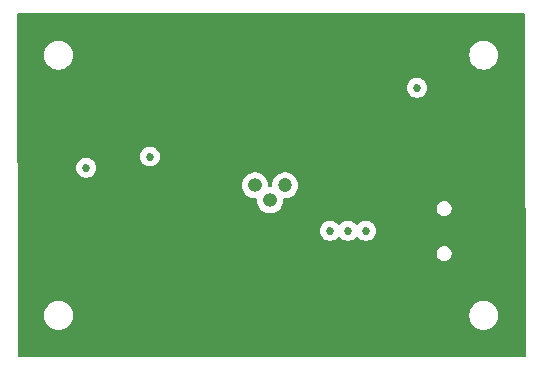
<source format=gbr>
%TF.GenerationSoftware,KiCad,Pcbnew,8.0.2*%
%TF.CreationDate,2025-01-07T16:45:10-05:00*%
%TF.ProjectId,Transimpedence,5472616e-7369-46d7-9065-64656e63652e,rev?*%
%TF.SameCoordinates,Original*%
%TF.FileFunction,Copper,L3,Inr*%
%TF.FilePolarity,Positive*%
%FSLAX46Y46*%
G04 Gerber Fmt 4.6, Leading zero omitted, Abs format (unit mm)*
G04 Created by KiCad (PCBNEW 8.0.2) date 2025-01-07 16:45:10*
%MOMM*%
%LPD*%
G01*
G04 APERTURE LIST*
%TA.AperFunction,ComponentPad*%
%ADD10O,1.200000X1.200000*%
%TD*%
%TA.AperFunction,ComponentPad*%
%ADD11C,1.200000*%
%TD*%
%TA.AperFunction,ViaPad*%
%ADD12C,0.685800*%
%TD*%
G04 APERTURE END LIST*
D10*
%TO.N,GND*%
%TO.C,LD1*%
X40640000Y-35001200D03*
D11*
%TO.N,Net-(U1B--)*%
X43180000Y-35001200D03*
D10*
%TO.N,1.65V*%
X41910000Y-36271200D03*
%TD*%
D12*
%TO.N,GND*%
X54356000Y-26756488D03*
X46990000Y-38862000D03*
X50038000Y-38862000D03*
X26339800Y-33528000D03*
X48514000Y-38862000D03*
X31719448Y-32565276D03*
%TO.N,3.3V*%
X30125000Y-31450000D03*
X54356000Y-28829000D03*
X26390600Y-31445200D03*
X44069000Y-44170600D03*
X37134800Y-34163000D03*
X42050000Y-27275000D03*
X30940125Y-28956000D03*
X54965600Y-44145200D03*
%TD*%
%TA.AperFunction,Conductor*%
%TO.N,3.3V*%
G36*
X63419642Y-20419685D02*
G01*
X63465397Y-20472489D01*
X63476601Y-20523574D01*
X63489437Y-24265041D01*
X63575751Y-49425575D01*
X63556297Y-49492681D01*
X63503650Y-49538617D01*
X63451752Y-49550000D01*
X20699753Y-49550000D01*
X20632714Y-49530315D01*
X20586959Y-49477511D01*
X20575754Y-49426425D01*
X20563668Y-45903388D01*
X22772500Y-45903388D01*
X22772500Y-46096611D01*
X22802725Y-46287441D01*
X22862429Y-46471194D01*
X22950147Y-46643349D01*
X23063715Y-46799663D01*
X23200336Y-46936284D01*
X23356650Y-47049852D01*
X23528805Y-47137570D01*
X23620681Y-47167422D01*
X23712560Y-47197275D01*
X23800943Y-47211273D01*
X23903389Y-47227500D01*
X23903394Y-47227500D01*
X24096611Y-47227500D01*
X24189123Y-47212846D01*
X24287440Y-47197275D01*
X24471197Y-47137569D01*
X24643350Y-47049852D01*
X24799663Y-46936285D01*
X24936285Y-46799663D01*
X25049852Y-46643350D01*
X25137569Y-46471197D01*
X25197275Y-46287440D01*
X25212846Y-46189123D01*
X25227500Y-46096611D01*
X25227500Y-45903388D01*
X58772500Y-45903388D01*
X58772500Y-46096611D01*
X58802725Y-46287441D01*
X58862429Y-46471194D01*
X58950147Y-46643349D01*
X59063715Y-46799663D01*
X59200336Y-46936284D01*
X59356650Y-47049852D01*
X59528805Y-47137570D01*
X59620681Y-47167422D01*
X59712560Y-47197275D01*
X59800943Y-47211273D01*
X59903389Y-47227500D01*
X59903394Y-47227500D01*
X60096611Y-47227500D01*
X60189123Y-47212846D01*
X60287440Y-47197275D01*
X60471197Y-47137569D01*
X60643350Y-47049852D01*
X60799663Y-46936285D01*
X60936285Y-46799663D01*
X61049852Y-46643350D01*
X61137569Y-46471197D01*
X61197275Y-46287440D01*
X61212846Y-46189123D01*
X61227500Y-46096611D01*
X61227500Y-45903388D01*
X61209916Y-45792373D01*
X61197275Y-45712560D01*
X61137569Y-45528803D01*
X61049852Y-45356650D01*
X60936285Y-45200337D01*
X60799663Y-45063715D01*
X60643350Y-44950148D01*
X60643351Y-44950148D01*
X60643349Y-44950147D01*
X60471194Y-44862429D01*
X60287441Y-44802725D01*
X60096611Y-44772500D01*
X60096606Y-44772500D01*
X59903394Y-44772500D01*
X59903389Y-44772500D01*
X59712558Y-44802725D01*
X59528805Y-44862429D01*
X59356650Y-44950147D01*
X59200336Y-45063715D01*
X59063715Y-45200336D01*
X58950147Y-45356650D01*
X58862429Y-45528805D01*
X58802725Y-45712558D01*
X58772500Y-45903388D01*
X25227500Y-45903388D01*
X25209916Y-45792373D01*
X25197275Y-45712560D01*
X25137569Y-45528803D01*
X25049852Y-45356650D01*
X24936285Y-45200337D01*
X24799663Y-45063715D01*
X24643350Y-44950148D01*
X24643351Y-44950148D01*
X24643349Y-44950147D01*
X24471194Y-44862429D01*
X24287441Y-44802725D01*
X24096611Y-44772500D01*
X24096606Y-44772500D01*
X23903394Y-44772500D01*
X23903389Y-44772500D01*
X23712558Y-44802725D01*
X23528805Y-44862429D01*
X23356650Y-44950147D01*
X23200336Y-45063715D01*
X23063715Y-45200336D01*
X22950147Y-45356650D01*
X22862429Y-45528805D01*
X22802725Y-45712558D01*
X22772500Y-45903388D01*
X20563668Y-45903388D01*
X20563013Y-45712558D01*
X20545832Y-40704207D01*
X56004500Y-40704207D01*
X56004500Y-40829792D01*
X56028996Y-40952944D01*
X56028999Y-40952955D01*
X56077050Y-41068963D01*
X56077057Y-41068976D01*
X56146820Y-41173382D01*
X56146823Y-41173386D01*
X56235613Y-41262176D01*
X56235617Y-41262179D01*
X56340023Y-41331942D01*
X56340036Y-41331949D01*
X56409640Y-41360779D01*
X56456048Y-41380002D01*
X56579207Y-41404499D01*
X56579211Y-41404500D01*
X56579212Y-41404500D01*
X56704789Y-41404500D01*
X56704790Y-41404499D01*
X56827952Y-41380002D01*
X56943970Y-41331946D01*
X57048383Y-41262179D01*
X57137179Y-41173383D01*
X57206946Y-41068970D01*
X57255002Y-40952952D01*
X57279500Y-40829788D01*
X57279500Y-40704212D01*
X57255002Y-40581048D01*
X57235779Y-40534640D01*
X57206949Y-40465036D01*
X57206942Y-40465023D01*
X57137179Y-40360617D01*
X57137176Y-40360613D01*
X57048386Y-40271823D01*
X57048382Y-40271820D01*
X56943976Y-40202057D01*
X56943963Y-40202050D01*
X56827955Y-40153999D01*
X56827953Y-40153998D01*
X56827952Y-40153998D01*
X56827949Y-40153997D01*
X56827944Y-40153996D01*
X56704792Y-40129500D01*
X56704788Y-40129500D01*
X56579212Y-40129500D01*
X56579207Y-40129500D01*
X56456055Y-40153996D01*
X56456044Y-40153999D01*
X56340036Y-40202050D01*
X56340023Y-40202057D01*
X56235617Y-40271820D01*
X56235613Y-40271823D01*
X56146823Y-40360613D01*
X56146820Y-40360617D01*
X56077057Y-40465023D01*
X56077050Y-40465036D01*
X56028999Y-40581044D01*
X56028996Y-40581055D01*
X56004500Y-40704207D01*
X20545832Y-40704207D01*
X20539513Y-38862000D01*
X46141954Y-38862000D01*
X46160486Y-39038320D01*
X46160487Y-39038322D01*
X46215271Y-39206933D01*
X46215272Y-39206934D01*
X46288450Y-39333682D01*
X46303916Y-39360469D01*
X46351414Y-39413221D01*
X46422543Y-39492219D01*
X46422546Y-39492221D01*
X46565977Y-39596429D01*
X46727933Y-39668538D01*
X46727936Y-39668538D01*
X46727939Y-39668540D01*
X46901355Y-39705400D01*
X47078645Y-39705400D01*
X47252061Y-39668540D01*
X47252064Y-39668538D01*
X47252066Y-39668538D01*
X47284869Y-39653932D01*
X47414023Y-39596429D01*
X47557454Y-39492221D01*
X47659852Y-39378495D01*
X47719336Y-39341850D01*
X47789193Y-39343179D01*
X47844147Y-39378495D01*
X47946546Y-39492221D01*
X48089977Y-39596429D01*
X48251933Y-39668538D01*
X48251936Y-39668538D01*
X48251939Y-39668540D01*
X48425355Y-39705400D01*
X48602645Y-39705400D01*
X48776061Y-39668540D01*
X48776064Y-39668538D01*
X48776066Y-39668538D01*
X48808869Y-39653932D01*
X48938023Y-39596429D01*
X49081454Y-39492221D01*
X49183852Y-39378495D01*
X49243336Y-39341850D01*
X49313193Y-39343179D01*
X49368147Y-39378495D01*
X49470546Y-39492221D01*
X49613977Y-39596429D01*
X49775933Y-39668538D01*
X49775936Y-39668538D01*
X49775939Y-39668540D01*
X49949355Y-39705400D01*
X50126645Y-39705400D01*
X50300061Y-39668540D01*
X50300064Y-39668538D01*
X50300066Y-39668538D01*
X50332869Y-39653932D01*
X50462023Y-39596429D01*
X50605454Y-39492221D01*
X50724084Y-39360469D01*
X50812729Y-39206931D01*
X50867514Y-39038319D01*
X50886046Y-38862000D01*
X50867514Y-38685681D01*
X50812729Y-38517069D01*
X50812728Y-38517068D01*
X50812728Y-38517066D01*
X50812727Y-38517065D01*
X50781798Y-38463495D01*
X50724084Y-38363531D01*
X50670677Y-38304217D01*
X50605456Y-38231780D01*
X50533738Y-38179675D01*
X50462023Y-38127571D01*
X50462021Y-38127570D01*
X50462022Y-38127570D01*
X50300066Y-38055461D01*
X50300058Y-38055459D01*
X50126645Y-38018600D01*
X49949355Y-38018600D01*
X49775941Y-38055459D01*
X49775933Y-38055461D01*
X49613978Y-38127570D01*
X49470543Y-38231780D01*
X49368150Y-38345501D01*
X49308664Y-38382150D01*
X49238807Y-38380820D01*
X49183850Y-38345501D01*
X49081456Y-38231780D01*
X49009738Y-38179675D01*
X48938023Y-38127571D01*
X48938021Y-38127570D01*
X48938022Y-38127570D01*
X48776066Y-38055461D01*
X48776058Y-38055459D01*
X48602645Y-38018600D01*
X48425355Y-38018600D01*
X48251941Y-38055459D01*
X48251933Y-38055461D01*
X48089978Y-38127570D01*
X47946543Y-38231780D01*
X47844150Y-38345501D01*
X47784664Y-38382150D01*
X47714807Y-38380820D01*
X47659850Y-38345501D01*
X47557456Y-38231780D01*
X47485738Y-38179675D01*
X47414023Y-38127571D01*
X47414021Y-38127570D01*
X47414022Y-38127570D01*
X47252066Y-38055461D01*
X47252058Y-38055459D01*
X47078645Y-38018600D01*
X46901355Y-38018600D01*
X46727941Y-38055459D01*
X46727933Y-38055461D01*
X46565978Y-38127570D01*
X46422543Y-38231780D01*
X46303915Y-38363532D01*
X46215272Y-38517065D01*
X46215271Y-38517066D01*
X46160487Y-38685677D01*
X46160486Y-38685679D01*
X46141954Y-38862000D01*
X20539513Y-38862000D01*
X20537741Y-38345501D01*
X20526268Y-35001199D01*
X39534785Y-35001199D01*
X39534785Y-35001200D01*
X39553602Y-35204282D01*
X39609417Y-35400447D01*
X39609422Y-35400460D01*
X39700327Y-35583021D01*
X39823237Y-35745781D01*
X39973958Y-35883180D01*
X39973960Y-35883182D01*
X40073141Y-35944592D01*
X40147363Y-35990548D01*
X40337544Y-36064224D01*
X40538024Y-36101700D01*
X40538026Y-36101700D01*
X40684470Y-36101700D01*
X40751509Y-36121385D01*
X40797264Y-36174189D01*
X40807941Y-36237141D01*
X40804785Y-36271199D01*
X40804785Y-36271200D01*
X40823602Y-36474282D01*
X40879417Y-36670447D01*
X40879422Y-36670460D01*
X40970327Y-36853021D01*
X41093237Y-37015781D01*
X41243958Y-37153180D01*
X41243960Y-37153182D01*
X41343141Y-37214592D01*
X41417363Y-37260548D01*
X41607544Y-37334224D01*
X41808024Y-37371700D01*
X41808026Y-37371700D01*
X42011974Y-37371700D01*
X42011976Y-37371700D01*
X42212456Y-37334224D01*
X42402637Y-37260548D01*
X42576041Y-37153181D01*
X42726764Y-37015779D01*
X42818571Y-36894207D01*
X56004500Y-36894207D01*
X56004500Y-37019792D01*
X56028996Y-37142944D01*
X56028999Y-37142955D01*
X56077050Y-37258963D01*
X56077057Y-37258976D01*
X56146820Y-37363382D01*
X56146823Y-37363386D01*
X56235613Y-37452176D01*
X56235617Y-37452179D01*
X56340023Y-37521942D01*
X56340036Y-37521949D01*
X56409640Y-37550779D01*
X56456048Y-37570002D01*
X56579207Y-37594499D01*
X56579211Y-37594500D01*
X56579212Y-37594500D01*
X56704789Y-37594500D01*
X56704790Y-37594499D01*
X56827952Y-37570002D01*
X56943970Y-37521946D01*
X57048383Y-37452179D01*
X57137179Y-37363383D01*
X57206946Y-37258970D01*
X57255002Y-37142952D01*
X57279500Y-37019788D01*
X57279500Y-36894212D01*
X57255002Y-36771048D01*
X57235779Y-36724640D01*
X57206949Y-36655036D01*
X57206942Y-36655023D01*
X57137179Y-36550617D01*
X57137176Y-36550613D01*
X57048386Y-36461823D01*
X57048382Y-36461820D01*
X56943976Y-36392057D01*
X56943963Y-36392050D01*
X56827955Y-36343999D01*
X56827953Y-36343998D01*
X56827952Y-36343998D01*
X56827949Y-36343997D01*
X56827944Y-36343996D01*
X56704792Y-36319500D01*
X56704788Y-36319500D01*
X56579212Y-36319500D01*
X56579207Y-36319500D01*
X56456055Y-36343996D01*
X56456044Y-36343999D01*
X56340036Y-36392050D01*
X56340023Y-36392057D01*
X56235617Y-36461820D01*
X56235613Y-36461823D01*
X56146823Y-36550613D01*
X56146820Y-36550617D01*
X56077057Y-36655023D01*
X56077050Y-36655036D01*
X56028999Y-36771044D01*
X56028996Y-36771055D01*
X56004500Y-36894207D01*
X42818571Y-36894207D01*
X42849673Y-36853021D01*
X42940582Y-36670450D01*
X42996397Y-36474283D01*
X43015215Y-36271200D01*
X43012059Y-36237141D01*
X43025474Y-36168572D01*
X43073831Y-36118140D01*
X43135530Y-36101700D01*
X43281974Y-36101700D01*
X43281976Y-36101700D01*
X43482456Y-36064224D01*
X43672637Y-35990548D01*
X43846041Y-35883181D01*
X43996764Y-35745779D01*
X44119673Y-35583021D01*
X44210582Y-35400450D01*
X44266397Y-35204283D01*
X44285215Y-35001200D01*
X44266397Y-34798117D01*
X44210582Y-34601950D01*
X44119673Y-34419379D01*
X43996764Y-34256621D01*
X43996762Y-34256618D01*
X43846041Y-34119219D01*
X43846039Y-34119217D01*
X43672642Y-34011855D01*
X43672635Y-34011851D01*
X43577546Y-33975014D01*
X43482456Y-33938176D01*
X43281976Y-33900700D01*
X43078024Y-33900700D01*
X42877544Y-33938176D01*
X42877541Y-33938176D01*
X42877541Y-33938177D01*
X42687364Y-34011851D01*
X42687357Y-34011855D01*
X42513960Y-34119217D01*
X42513958Y-34119219D01*
X42363237Y-34256618D01*
X42240327Y-34419378D01*
X42149422Y-34601939D01*
X42149417Y-34601952D01*
X42093602Y-34798117D01*
X42074785Y-35001199D01*
X42074785Y-35001200D01*
X42077941Y-35035259D01*
X42064526Y-35103828D01*
X42016169Y-35154260D01*
X41954470Y-35170700D01*
X41865530Y-35170700D01*
X41798491Y-35151015D01*
X41752736Y-35098211D01*
X41742059Y-35035259D01*
X41745215Y-35001200D01*
X41745215Y-35001199D01*
X41726397Y-34798117D01*
X41670582Y-34601950D01*
X41579673Y-34419379D01*
X41456764Y-34256621D01*
X41456762Y-34256618D01*
X41306041Y-34119219D01*
X41306039Y-34119217D01*
X41132642Y-34011855D01*
X41132635Y-34011851D01*
X41037546Y-33975014D01*
X40942456Y-33938176D01*
X40741976Y-33900700D01*
X40538024Y-33900700D01*
X40337544Y-33938176D01*
X40337541Y-33938176D01*
X40337541Y-33938177D01*
X40147364Y-34011851D01*
X40147357Y-34011855D01*
X39973960Y-34119217D01*
X39973958Y-34119219D01*
X39823237Y-34256618D01*
X39700327Y-34419378D01*
X39609422Y-34601939D01*
X39609417Y-34601952D01*
X39553602Y-34798117D01*
X39534785Y-35001199D01*
X20526268Y-35001199D01*
X20521214Y-33528000D01*
X25491754Y-33528000D01*
X25510286Y-33704320D01*
X25510287Y-33704322D01*
X25565071Y-33872933D01*
X25565072Y-33872934D01*
X25638250Y-33999682D01*
X25653716Y-34026469D01*
X25701214Y-34079221D01*
X25772343Y-34158219D01*
X25772346Y-34158221D01*
X25915777Y-34262429D01*
X26077733Y-34334538D01*
X26077736Y-34334538D01*
X26077739Y-34334540D01*
X26251155Y-34371400D01*
X26428445Y-34371400D01*
X26601861Y-34334540D01*
X26601864Y-34334538D01*
X26601866Y-34334538D01*
X26634669Y-34319932D01*
X26763823Y-34262429D01*
X26907254Y-34158221D01*
X27025884Y-34026469D01*
X27114529Y-33872931D01*
X27169314Y-33704319D01*
X27187846Y-33528000D01*
X27169314Y-33351681D01*
X27114529Y-33183069D01*
X27114528Y-33183068D01*
X27114528Y-33183066D01*
X27114527Y-33183065D01*
X27045636Y-33063743D01*
X27025884Y-33029531D01*
X26972477Y-32970217D01*
X26907256Y-32897780D01*
X26835538Y-32845675D01*
X26763823Y-32793571D01*
X26763821Y-32793570D01*
X26763822Y-32793570D01*
X26601866Y-32721461D01*
X26601858Y-32721459D01*
X26428445Y-32684600D01*
X26251155Y-32684600D01*
X26077741Y-32721459D01*
X26077733Y-32721461D01*
X25915778Y-32793570D01*
X25772343Y-32897780D01*
X25653715Y-33029532D01*
X25565072Y-33183065D01*
X25565071Y-33183066D01*
X25510287Y-33351677D01*
X25510286Y-33351679D01*
X25491754Y-33528000D01*
X20521214Y-33528000D01*
X20517911Y-32565276D01*
X30871402Y-32565276D01*
X30889934Y-32741596D01*
X30889935Y-32741598D01*
X30944719Y-32910209D01*
X30944720Y-32910210D01*
X31013611Y-33029531D01*
X31033364Y-33063745D01*
X31080862Y-33116497D01*
X31151991Y-33195495D01*
X31151994Y-33195497D01*
X31295425Y-33299705D01*
X31457381Y-33371814D01*
X31457384Y-33371814D01*
X31457387Y-33371816D01*
X31630803Y-33408676D01*
X31808093Y-33408676D01*
X31981509Y-33371816D01*
X31981512Y-33371814D01*
X31981514Y-33371814D01*
X32026741Y-33351677D01*
X32143471Y-33299705D01*
X32286902Y-33195497D01*
X32405532Y-33063745D01*
X32494177Y-32910207D01*
X32548962Y-32741595D01*
X32567494Y-32565276D01*
X32548962Y-32388957D01*
X32494177Y-32220345D01*
X32494176Y-32220344D01*
X32494176Y-32220342D01*
X32494175Y-32220341D01*
X32463246Y-32166771D01*
X32405532Y-32066807D01*
X32352125Y-32007493D01*
X32286904Y-31935056D01*
X32215186Y-31882951D01*
X32143471Y-31830847D01*
X32143469Y-31830846D01*
X32143470Y-31830846D01*
X31981514Y-31758737D01*
X31981506Y-31758735D01*
X31808093Y-31721876D01*
X31630803Y-31721876D01*
X31457389Y-31758735D01*
X31457381Y-31758737D01*
X31295426Y-31830846D01*
X31151991Y-31935056D01*
X31033363Y-32066808D01*
X30944720Y-32220341D01*
X30944719Y-32220342D01*
X30889935Y-32388953D01*
X30889934Y-32388955D01*
X30871402Y-32565276D01*
X20517911Y-32565276D01*
X20497984Y-26756488D01*
X53507954Y-26756488D01*
X53526486Y-26932808D01*
X53526487Y-26932810D01*
X53581271Y-27101421D01*
X53581272Y-27101422D01*
X53654450Y-27228170D01*
X53669916Y-27254957D01*
X53717414Y-27307709D01*
X53788543Y-27386707D01*
X53788546Y-27386709D01*
X53931977Y-27490917D01*
X54093933Y-27563026D01*
X54093936Y-27563026D01*
X54093939Y-27563028D01*
X54267355Y-27599888D01*
X54444645Y-27599888D01*
X54618061Y-27563028D01*
X54618064Y-27563026D01*
X54618066Y-27563026D01*
X54650869Y-27548420D01*
X54780023Y-27490917D01*
X54923454Y-27386709D01*
X55042084Y-27254957D01*
X55130729Y-27101419D01*
X55185514Y-26932807D01*
X55204046Y-26756488D01*
X55185514Y-26580169D01*
X55130729Y-26411557D01*
X55130728Y-26411556D01*
X55130728Y-26411554D01*
X55130727Y-26411553D01*
X55099798Y-26357983D01*
X55042084Y-26258019D01*
X54988677Y-26198705D01*
X54923456Y-26126268D01*
X54851738Y-26074163D01*
X54780023Y-26022059D01*
X54780021Y-26022058D01*
X54780022Y-26022058D01*
X54618066Y-25949949D01*
X54618058Y-25949947D01*
X54444645Y-25913088D01*
X54267355Y-25913088D01*
X54093941Y-25949947D01*
X54093933Y-25949949D01*
X53931978Y-26022058D01*
X53788543Y-26126268D01*
X53669915Y-26258020D01*
X53581272Y-26411553D01*
X53581271Y-26411554D01*
X53526487Y-26580165D01*
X53526486Y-26580167D01*
X53507954Y-26756488D01*
X20497984Y-26756488D01*
X20488120Y-23880988D01*
X22772500Y-23880988D01*
X22772500Y-24074211D01*
X22802725Y-24265041D01*
X22862429Y-24448794D01*
X22950147Y-24620949D01*
X23063715Y-24777263D01*
X23200336Y-24913884D01*
X23356650Y-25027452D01*
X23528805Y-25115170D01*
X23620681Y-25145022D01*
X23712560Y-25174875D01*
X23800943Y-25188873D01*
X23903389Y-25205100D01*
X23903394Y-25205100D01*
X24096611Y-25205100D01*
X24189123Y-25190446D01*
X24287440Y-25174875D01*
X24471197Y-25115169D01*
X24643350Y-25027452D01*
X24799663Y-24913885D01*
X24936285Y-24777263D01*
X25049852Y-24620950D01*
X25137569Y-24448797D01*
X25197275Y-24265040D01*
X25212846Y-24166723D01*
X25227500Y-24074211D01*
X25227500Y-23880988D01*
X58772500Y-23880988D01*
X58772500Y-24074211D01*
X58802725Y-24265041D01*
X58862429Y-24448794D01*
X58950147Y-24620949D01*
X59063715Y-24777263D01*
X59200336Y-24913884D01*
X59356650Y-25027452D01*
X59528805Y-25115170D01*
X59620681Y-25145022D01*
X59712560Y-25174875D01*
X59800943Y-25188873D01*
X59903389Y-25205100D01*
X59903394Y-25205100D01*
X60096611Y-25205100D01*
X60189123Y-25190446D01*
X60287440Y-25174875D01*
X60471197Y-25115169D01*
X60643350Y-25027452D01*
X60799663Y-24913885D01*
X60936285Y-24777263D01*
X61049852Y-24620950D01*
X61137569Y-24448797D01*
X61197275Y-24265040D01*
X61212846Y-24166723D01*
X61227500Y-24074211D01*
X61227500Y-23880988D01*
X61209916Y-23769973D01*
X61197275Y-23690160D01*
X61137569Y-23506403D01*
X61049852Y-23334250D01*
X60936285Y-23177937D01*
X60799663Y-23041315D01*
X60643350Y-22927748D01*
X60643351Y-22927748D01*
X60643349Y-22927747D01*
X60471194Y-22840029D01*
X60287441Y-22780325D01*
X60096611Y-22750100D01*
X60096606Y-22750100D01*
X59903394Y-22750100D01*
X59903389Y-22750100D01*
X59712558Y-22780325D01*
X59528805Y-22840029D01*
X59356650Y-22927747D01*
X59200336Y-23041315D01*
X59063715Y-23177936D01*
X58950147Y-23334250D01*
X58862429Y-23506405D01*
X58802725Y-23690158D01*
X58772500Y-23880988D01*
X25227500Y-23880988D01*
X25209916Y-23769973D01*
X25197275Y-23690160D01*
X25137569Y-23506403D01*
X25049852Y-23334250D01*
X24936285Y-23177937D01*
X24799663Y-23041315D01*
X24643350Y-22927748D01*
X24643351Y-22927748D01*
X24643349Y-22927747D01*
X24471194Y-22840029D01*
X24287441Y-22780325D01*
X24096611Y-22750100D01*
X24096606Y-22750100D01*
X23903394Y-22750100D01*
X23903389Y-22750100D01*
X23712558Y-22780325D01*
X23528805Y-22840029D01*
X23356650Y-22927747D01*
X23200336Y-23041315D01*
X23063715Y-23177936D01*
X22950147Y-23334250D01*
X22862429Y-23506405D01*
X22802725Y-23690158D01*
X22772500Y-23880988D01*
X20488120Y-23880988D01*
X20476605Y-20524425D01*
X20496059Y-20457319D01*
X20548706Y-20411383D01*
X20600604Y-20400000D01*
X63352603Y-20400000D01*
X63419642Y-20419685D01*
G37*
%TD.AperFunction*%
%TD*%
M02*

</source>
